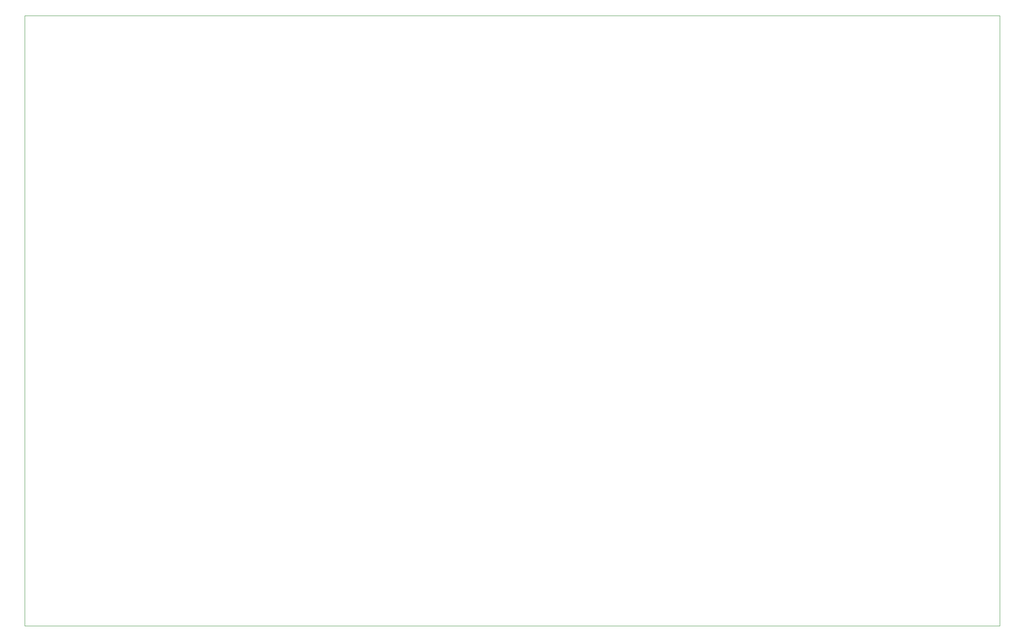
<source format=gbr>
%TF.GenerationSoftware,KiCad,Pcbnew,8.0.9-8.0.9-0~ubuntu24.04.1*%
%TF.CreationDate,2025-07-29T22:20:07-05:00*%
%TF.ProjectId,race_computer_proto,72616365-5f63-46f6-9d70-757465725f70,1.0*%
%TF.SameCoordinates,Original*%
%TF.FileFunction,Profile,NP*%
%FSLAX46Y46*%
G04 Gerber Fmt 4.6, Leading zero omitted, Abs format (unit mm)*
G04 Created by KiCad (PCBNEW 8.0.9-8.0.9-0~ubuntu24.04.1) date 2025-07-29 22:20:07*
%MOMM*%
%LPD*%
G01*
G04 APERTURE LIST*
%TA.AperFunction,Profile*%
%ADD10C,0.050000*%
%TD*%
G04 APERTURE END LIST*
D10*
X49530000Y-30480000D02*
X250190000Y-30480000D01*
X250190000Y-156210000D01*
X49530000Y-156210000D01*
X49530000Y-30480000D01*
M02*

</source>
